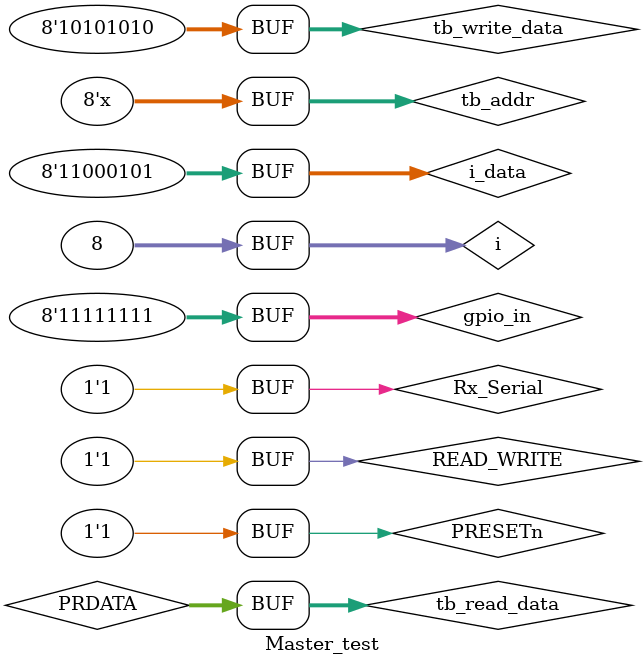
<source format=v>
module Master_test();
   reg [7:0] tb_addr;
   reg [7:0] tb_write_data;
   wire [7:0] PRDATA;
   wire [7:0] PWDATA;
   reg PCLK;
   wire ENABLE;
   wire PSEL2;
   wire PSEL1;
   reg PRESETn;
   reg READ_WRITE;
   wire [7:0]PADDR;
   wire      PWRITE;
   wire      PREADY;
   wire      PREADY1;
   wire      PREADY2;
   reg [7:0] tx_parallel; 
   wire      Tx_Serial;
   wire      Tx_Done;
   wire      Rx_Done;
   wire[7:0] rx_parallel;
   reg Rx_Serial;
   wire[7:0] tb_read_data;
   reg [7:0] gpio_in;
   wire[7:0] gpio_out;
	 wire[7:0] gpio_dir;
	 wire[7:0] gpio_temp;
 
 
 
reg[7:0]i_data;
integer i;
initial
    begin
 
 
    //in_adr = 8'b10000001,
    //out_adr = 8'b10000010,
    //dir_adr = 8'b10000011;
    //transmitter adr = 8'00000010;
    //receiver adr = 8'b01000001;
 
 
    #300
    PRESETn =1'b1;
    //write on gpio_dir
    tb_addr =8'b10000011;
    tb_write_data =8'b11111001;
 
    READ_WRITE = 1'b0;
 
    #30000
    tb_addr =8'bzzzzzzzz;
    #30000
    //write on gpio_out
    tb_addr =8'b10000010;
    tb_write_data =8'b11110000;
    #30000
    tb_addr =8'bzzzzzzzz;
    #30000
    //read from gpio_in
    tb_addr = 8'b10000001;
    READ_WRITE = 1'b1;
    gpio_in = 8'b11111111;
    #30000
    tb_addr =8'bzzzzzzzz;
    #30000
 
    //transmit data
    READ_WRITE = 1'b0;
    tb_addr =8'b00000010;
    tb_write_data =8'b10101010;
    #30000
    tb_addr =8'bzzzzzzzz;
    #200000
 
 
    //receive data
    i_data = 8'b11000101;
    tb_addr =8'b01000001;
    READ_WRITE = 1'b1;
    #40000
    Rx_Serial = 1'b0;
    #20000
 
    for (i=0; i<8; i=i+1)
      begin
        #20000
        Rx_Serial = i_data[i];
 
      end
    #20000
    Rx_Serial = 1'b1;
    #30000
    tb_addr =8'bzzzzzzzz;
 
 
 
    end 
 
    assign PREADY= PREADY1 | PREADY2;
    assign PRDATA = (PSEL2)?((Rx_Done)?rx_parallel:8'bzzzzzzzz):gpio_temp;
    assign tb_read_data = PRDATA;
 
    apb_master mast (tb_addr,tb_write_data,PRDATA,PRESETn,PCLK,READ_WRITE,PREADY,
    PSEL1,PSEL2,ENABLE,PADDR,PWRITE,PWDATA,tb_read_data);
 
    GPIO tt( PCLK,PSEL1, ENABLE, PADDR,PWRITE,PWDATA,gpio_in,gpio_out,gpio_dir,	gpio_temp,	PREADY1);
 
    uart_transmitter #(.C(2)) trans(PCLK,ENABLE,PSEL2,PADDR,PWRITE,PWDATA,PREADY2,Tx_Serial,Tx_Done);
    uart_receiver #(.C(2)) rec(PCLK,Rx_Serial,PSEL2,ENABLE,PADDR,PWRITE,Rx_Done,rx_parallel);
 
 
endmodule
</source>
